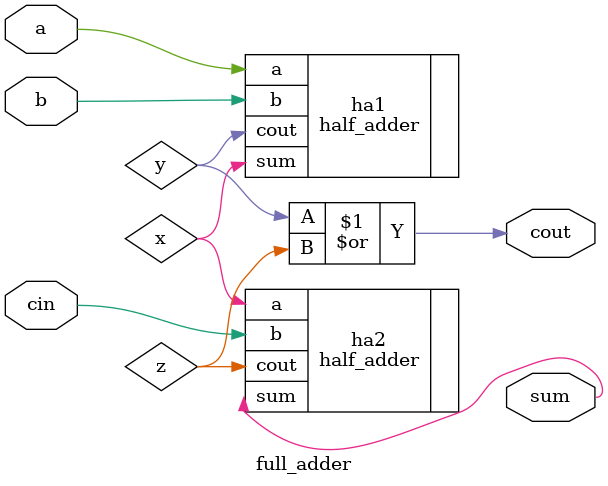
<source format=v>
`timescale 1ns / 1ps

module full_adder(
    input a,b,cin,
    output sum, cout
    );
    
    wire x,y,z;
    
    half_adder ha1(.a(a), .b(b), .sum(x), .cout(y));
    half_adder ha2(.a(x), .b(cin), .sum(sum), .cout(z));
    or m1(cout, y, z);
endmodule
</source>
